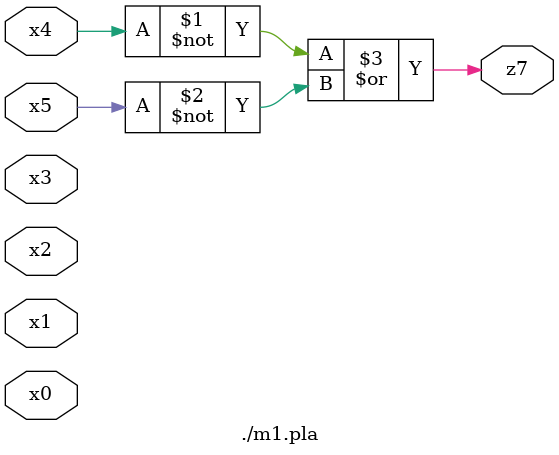
<source format=v>

module \./m1.pla  ( 
    x0, x1, x2, x3, x4, x5,
    z7  );
  input  x0, x1, x2, x3, x4, x5;
  output z7;
  assign z7 = ~x4 | ~x5;
endmodule



</source>
